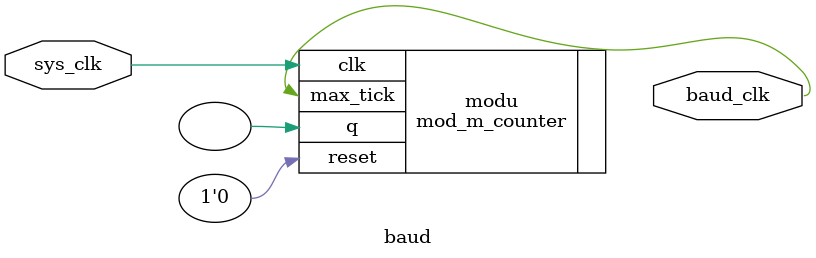
<source format=v>
`timescale 1us / 1us
/* XTAL_CLK = 3072000, 
	BAUD = 9600, 
	CLK_DIV = XTAL_CLK / (BAUD * 16) ---> 20
*/
module baud(
		input sys_clk,
		output baud_clk				
	);
	//mod_m_counter #(.N(9), .M(41)) modu(		// 100 MHz
	mod_m_counter #(.N(9), .M(20)) modu(			//50 MHz
		.clk(sys_clk),
		.reset(1'b0),
		.q(),
		.max_tick(baud_clk)
	);

endmodule

</source>
